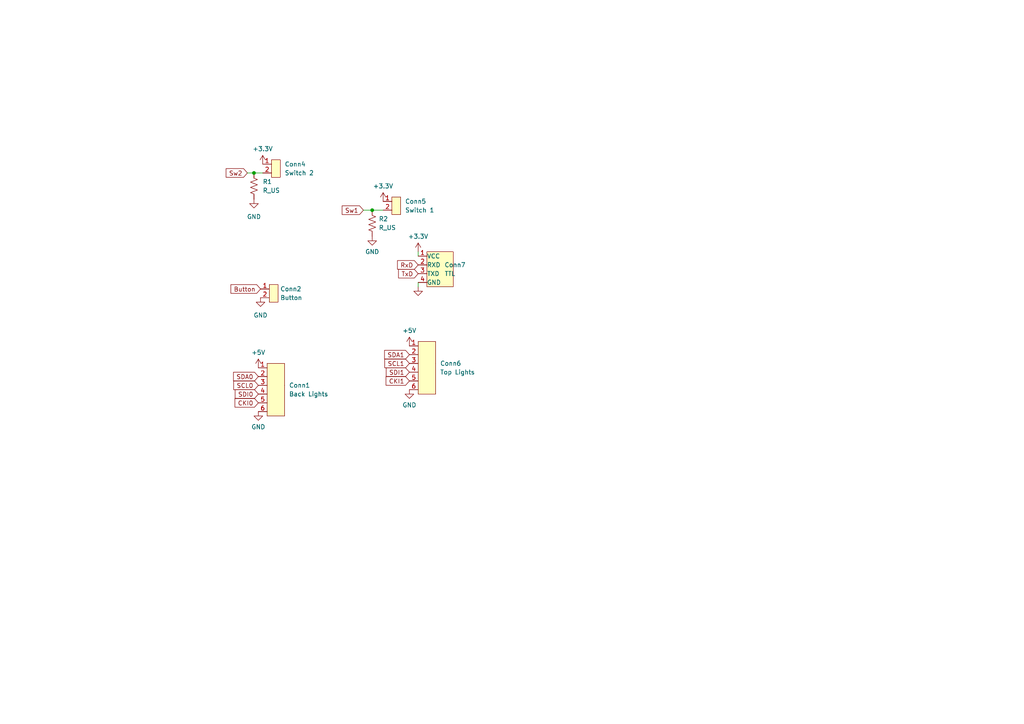
<source format=kicad_sch>
(kicad_sch (version 20230121) (generator eeschema)
  (paper "A4")
  (lib_symbols
    (symbol "B4B_VERT_1.5MM_1" (pin_names (offset 0.002))
      (property "Reference" "Conn4" (at 3.81 -5.08 0))
      (property "Value" "TTL " (at 3.81 -7.62 0))
      (symbol "B4B_VERT_1.5MM_1_1_1"
        (rectangle (start -1.27 -1.27) (end 6.35 -11.43) (fill (type background)))
        (pin power_in line (at -3.81 -2.54 0) (length 2.54) (name "VCC") (number "1"))
        (pin bidirectional line (at -3.81 -5.08 0) (length 2.54) (name "RXD") (number "2"))
        (pin bidirectional line (at -3.81 -7.62 0) (length 2.54) (name "TXD") (number "3"))
        (pin power_in line (at -3.81 -10.16 0) (length 2.54) (name "GND") (number "4"))
      )
    )
    (symbol "Device:R_US" (pin_numbers hide) (pin_names (offset 0))
      (property "Reference" "R" (at 2.54 0 90))
      (property "Value" "R_US" (at -2.54 0 90))
      (symbol "R_US_0_1"
        (polyline (pts (xy 0 -2.286) (xy 0 -2.54)))
        (polyline (pts (xy 0 2.286) (xy 0 2.54)))
        (polyline (pts (xy 0 -0.762) (xy 1.016 -1.143) (xy 0 -1.524) (xy -1.016 -1.905) (xy 0 -2.286)))
        (polyline (pts (xy 0 0.762) (xy 1.016 0.381) (xy 0 0) (xy -1.016 -0.381) (xy 0 -0.762)))
        (polyline (pts (xy 0 2.286) (xy 1.016 1.905) (xy 0 1.524) (xy -1.016 1.143) (xy 0 0.762)))
      )
      (symbol "R_US_1_1"
        (pin passive line (at 0 3.81 270) (length 1.27) (name "~") (number "1"))
        (pin passive line (at 0 -3.81 90) (length 1.27) (name "~") (number "2"))
      )
    )
    (symbol "Scout_library:B2B_VERT_1.5MM" (pin_names (offset 0) hide)
      (property "Reference" "Conn" (at 0 0 0))
      (property "Value" "B2B" (at 1.27 -7.62 0))
      (symbol "B2B_VERT_1.5MM_1_1"
        (rectangle (start -1.27 -1.27) (end 1.27 -6.35) (fill (type background)))
        (pin passive line (at -3.81 -2.54 0) (length 2.54) (name "Pin_1") (number "1"))
        (pin passive line (at -3.81 -5.08 0) (length 2.54) (name "Pin_2") (number "2"))
      )
    )
    (symbol "Scout_library:B6B_VERT_1.5MM" (pin_names (offset 0) hide)
      (property "Reference" "Conn" (at 0 2.54 0))
      (property "Value" "B6B " (at 0 0 0))
      (symbol "B6B_VERT_1.5MM_0_0"
        (pin passive line (at 0 0 0) (length 2.54) (name "Pin_1") (number "1"))
        (pin passive line (at 0 -2.54 0) (length 2.54) (name "Pin_2") (number "2"))
        (pin passive line (at 0 -5.08 0) (length 2.54) (name "Pin_3") (number "3"))
        (pin passive line (at 0 -7.62 0) (length 2.54) (name "Pin_4") (number "4"))
        (pin passive line (at 0 -10.16 0) (length 2.54) (name "Pin_5") (number "5"))
        (pin passive line (at 0 -12.7 0) (length 2.54) (name "Pin_6") (number "6"))
      )
      (symbol "B6B_VERT_1.5MM_0_1"
        (rectangle (start 7.62 -5.08) (end 7.62 -5.08))
      )
      (symbol "B6B_VERT_1.5MM_1_1"
        (rectangle (start 2.54 1.27) (end 7.62 -13.97) (fill (type background)))
      )
    )
    (symbol "power:+3.3V" (power) (pin_names (offset 0))
      (property "Value" "+3.3V" (at 0 3.556 0))
      (symbol "+3.3V_0_1"
        (polyline (pts (xy -0.762 1.27) (xy 0 2.54)))
        (polyline (pts (xy 0 0) (xy 0 2.54)))
        (polyline (pts (xy 0 2.54) (xy 0.762 1.27)))
      )
      (symbol "+3.3V_1_1"
        (pin power_in line (at 0 0 90) (length 0) hide (name "+3.3V") (number "1"))
      )
    )
    (symbol "power:+5V" (power) (pin_names (offset 0))
      (property "Value" "+5V" (at 0 3.556 0))
      (symbol "+5V_0_1"
        (polyline (pts (xy -0.762 1.27) (xy 0 2.54)))
        (polyline (pts (xy 0 0) (xy 0 2.54)))
        (polyline (pts (xy 0 2.54) (xy 0.762 1.27)))
      )
      (symbol "+5V_1_1"
        (pin power_in line (at 0 0 90) (length 0) hide (name "+5V") (number "1"))
      )
    )
    (symbol "power:GND" (power) (pin_names (offset 0))
      (property "Value" "GND" (at 0 -3.81 0))
      (symbol "GND_0_1"
        (polyline (pts (xy 0 0) (xy 0 -1.27) (xy 1.27 -1.27) (xy 0 -2.54) (xy -1.27 -1.27) (xy 0 -1.27)))
      )
      (symbol "GND_1_1"
        (pin power_in line (at 0 0 270) (length 0) hide (name "GND") (number "1"))
      )
    )
  )
  (junction (at 107.95 60.96))
  (junction (at 73.66 50.165))
  (wire (pts (xy 107.95 60.96) (xy 111.125 60.96)))
  (wire (pts (xy 121.285 83.185) (xy 121.285 81.915)))
  (wire (pts (xy 73.66 50.165) (xy 76.2 50.165)))
  (wire (pts (xy 105.41 60.96) (xy 107.95 60.96)))
  (wire (pts (xy 121.285 73.025) (xy 121.285 74.295)))
  (wire (pts (xy 71.755 50.165) (xy 73.66 50.165)))
  (global_label "TxD" (shape input) (at 121.285 79.375 180) (property "Intersheetrefs" "${INTERSHEET_REFS}" (effects hide)))
  (global_label "RxD" (shape input) (at 121.285 76.835 180) (property "Intersheetrefs" "${INTERSHEET_REFS}" (effects hide)))
  (global_label "SCL0" (shape input) (at 74.93 111.76 180) (property "Intersheetrefs" "${INTERSHEET_REFS}" (effects hide)))
  (global_label "SDI0" (shape input) (at 74.93 114.3 180) (property "Intersheetrefs" "${INTERSHEET_REFS}" (effects hide)))
  (global_label "Button" (shape input) (at 75.565 83.82 180) (property "Intersheetrefs" "${INTERSHEET_REFS}" (effects hide)))
  (global_label "SDA1" (shape input) (at 118.745 102.87 180) (property "Intersheetrefs" "${INTERSHEET_REFS}" (effects hide)))
  (global_label "CKI1" (shape input) (at 118.745 110.49 180) (property "Intersheetrefs" "${INTERSHEET_REFS}" (effects hide)))
  (global_label "SDA0" (shape input) (at 74.93 109.22 180) (property "Intersheetrefs" "${INTERSHEET_REFS}" (effects hide)))
  (global_label "Sw2" (shape input) (at 71.755 50.165 180) (property "Intersheetrefs" "${INTERSHEET_REFS}" (effects hide)))
  (global_label "CKI0" (shape input) (at 74.93 116.84 180) (property "Intersheetrefs" "${INTERSHEET_REFS}" (effects hide)))
  (global_label "SCL1" (shape input) (at 118.745 105.41 180) (property "Intersheetrefs" "${INTERSHEET_REFS}" (effects hide)))
  (global_label "SDI1" (shape input) (at 118.745 107.95 180) (property "Intersheetrefs" "${INTERSHEET_REFS}" (effects hide)))
  (global_label "Sw1" (shape input) (at 105.41 60.96 180) (property "Intersheetrefs" "${INTERSHEET_REFS}" (effects hide)))
  (symbol (lib_id "power:+5V") (at 74.93 106.68 0) (unit 1)
    (property "Reference" "#PWR02" (effects hide))
    (property "Value" "+5V" (at 74.93 102.235 0))
  )
  (symbol (lib_name "B4B_VERT_1.5MM_1") (lib_id "Scout_library:B4B_VERT_1.5MM") (at 125.095 71.755 0) (unit 1)
    (property "Reference" "Conn7" (at 128.905 76.835 0) (effects (justify left)))
    (property "Value" "TTL " (at 128.905 79.375 0) (effects (justify left)))
    (property "Datasheet" "https://www.jst-mfg.com/product/pdf/eng/eZH.pdf" (effects hide))
    (property "Website" "https://www.digikey.com/en/products/detail/jst-sales-america-inc/B4B-ZR/926566" (effects hide))
  )
  (symbol (lib_id "power:+3.3V") (at 111.125 58.42 0) (unit 1)
    (property "Reference" "#PWR07" (effects hide))
    (property "Value" "+3.3V" (at 111.125 53.975 0))
  )
  (symbol (lib_id "power:GND") (at 118.745 113.03 0) (unit 1)
    (property "Reference" "#PWR09" (effects hide))
    (property "Value" "GND" (at 118.745 117.475 0))
  )
  (symbol (lib_id "power:GND") (at 107.95 68.58 0) (unit 1)
    (property "Reference" "#PWR06" (effects hide))
    (property "Value" "GND" (at 107.95 73.025 0))
  )
  (symbol (lib_id "Scout_library:B2B_VERT_1.5MM") (at 80.01 45.085 0) (unit 1)
    (property "Reference" "Conn4" (at 82.55 47.625 0) (effects (justify left)))
    (property "Value" "Switch 2" (at 82.55 50.165 0) (effects (justify left)))
    (property "Datasheet" "https://www.jst-mfg.com/product/pdf/eng/eZH.pdf" (effects hide))
  )
  (symbol (lib_id "power:+3.3V") (at 121.285 73.025 0) (unit 1)
    (property "Reference" "#PWR010" (effects hide))
    (property "Value" "+3.3V" (at 121.285 68.58 0))
  )
  (symbol (lib_id "power:GND") (at 73.66 57.785 0) (unit 1)
    (property "Reference" "#PWR01" (effects hide))
    (property "Value" "GND" (at 73.66 62.865 0))
  )
  (symbol (lib_id "power:GND") (at 121.285 83.185 0) (unit 1)
    (property "Reference" "#PWR011" (effects hide))
    (property "Value" "GND" (effects hide))
  )
  (symbol (lib_id "Scout_library:B2B_VERT_1.5MM") (at 79.375 81.28 0) (unit 1)
    (property "Reference" "Conn2" (at 81.28 83.82 0) (effects (justify left)))
    (property "Value" "Button" (at 81.28 86.36 0) (effects (justify left)))
    (property "Datasheet" "https://www.jst-mfg.com/product/pdf/eng/eZH.pdf" (effects hide))
  )
  (symbol (lib_id "power:GND") (at 74.93 119.38 0) (unit 1)
    (property "Reference" "#PWR03" (effects hide))
    (property "Value" "GND" (at 74.93 123.825 0))
  )
  (symbol (lib_id "power:+5V") (at 118.745 100.33 0) (unit 1)
    (property "Reference" "#PWR08" (effects hide))
    (property "Value" "+5V" (at 118.745 95.885 0))
  )
  (symbol (lib_id "Scout_library:B2B_VERT_1.5MM") (at 114.935 55.88 0) (unit 1)
    (property "Reference" "Conn5" (at 117.475 58.42 0) (effects (justify left)))
    (property "Value" "Switch 1" (at 117.475 60.96 0) (effects (justify left)))
    (property "Datasheet" "https://www.jst-mfg.com/product/pdf/eng/eZH.pdf" (effects hide))
  )
  (symbol (lib_id "Device:R_US") (at 107.95 64.77 0) (unit 1)
    (property "Reference" "R2" (at 109.855 63.5 0) (effects (justify left)))
    (property "Value" "R_US" (at 109.855 66.04 0) (effects (justify left)))
  )
  (symbol (lib_id "Scout_library:B6B_VERT_1.5MM") (at 118.745 100.33 0) (unit 1)
    (property "Reference" "Conn6" (at 127.635 105.41 0) (effects (justify left)))
    (property "Value" "Top Lights" (at 127.635 107.95 0) (effects (justify left)))
    (property "Datasheet" "https://www.jst-mfg.com/product/pdf/eng/eZH.pdf" (effects hide))
  )
  (symbol (lib_id "power:+3.3V") (at 76.2 47.625 0) (unit 1)
    (property "Reference" "#PWR05" (effects hide))
    (property "Value" "+3.3V" (at 76.2 43.18 0))
  )
  (symbol (lib_id "Device:R_US") (at 73.66 53.975 0) (unit 1)
    (property "Reference" "R1" (at 76.2 52.705 0) (effects (justify left)))
    (property "Value" "R_US" (at 76.2 55.245 0) (effects (justify left)))
  )
  (symbol (lib_id "Scout_library:B6B_VERT_1.5MM") (at 74.93 106.68 0) (unit 1)
    (property "Reference" "Conn1" (at 83.82 111.76 0) (effects (justify left)))
    (property "Value" "Back Lights" (at 83.82 114.3 0) (effects (justify left)))
    (property "Datasheet" "https://www.jst-mfg.com/product/pdf/eng/eZH.pdf" (effects hide))
  )
  (symbol (lib_id "power:GND") (at 75.565 86.36 0) (unit 1)
    (property "Reference" "#PWR04" (effects hide))
    (property "Value" "GND" (at 75.565 91.44 0))
  )
)
</source>
